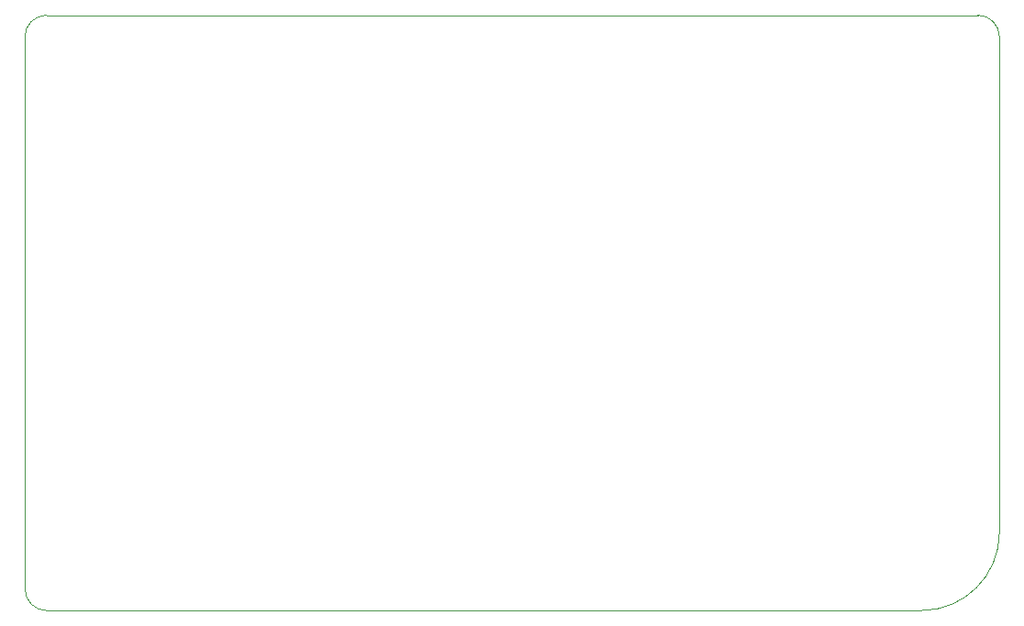
<source format=gbr>
%TF.GenerationSoftware,KiCad,Pcbnew,(6.0.0)*%
%TF.CreationDate,2022-07-14T20:59:07+12:00*%
%TF.ProjectId,BUSINESS_CARD,42555349-4e45-4535-935f-434152442e6b,0A*%
%TF.SameCoordinates,Original*%
%TF.FileFunction,Profile,NP*%
%FSLAX46Y46*%
G04 Gerber Fmt 4.6, Leading zero omitted, Abs format (unit mm)*
G04 Created by KiCad (PCBNEW (6.0.0)) date 2022-07-14 20:59:07*
%MOMM*%
%LPD*%
G01*
G04 APERTURE LIST*
%TA.AperFunction,Profile*%
%ADD10C,0.100000*%
%TD*%
G04 APERTURE END LIST*
D10*
X245000000Y-124500000D02*
X245000000Y-170286000D01*
X157000000Y-122500000D02*
X243000000Y-122500000D01*
X245000000Y-124500000D02*
G75*
G03*
X243000000Y-122500000I-1999999J1D01*
G01*
X157000000Y-122500000D02*
G75*
G03*
X155000000Y-124500000I-1J-1999999D01*
G01*
X155000000Y-124500000D02*
X155000000Y-175500000D01*
X237786000Y-177500000D02*
G75*
G03*
X245000000Y-170286000I-1J7214001D01*
G01*
X157000000Y-177500000D02*
X237786000Y-177500000D01*
X155000000Y-175500000D02*
G75*
G03*
X157000000Y-177500000I1999999J-1D01*
G01*
M02*

</source>
